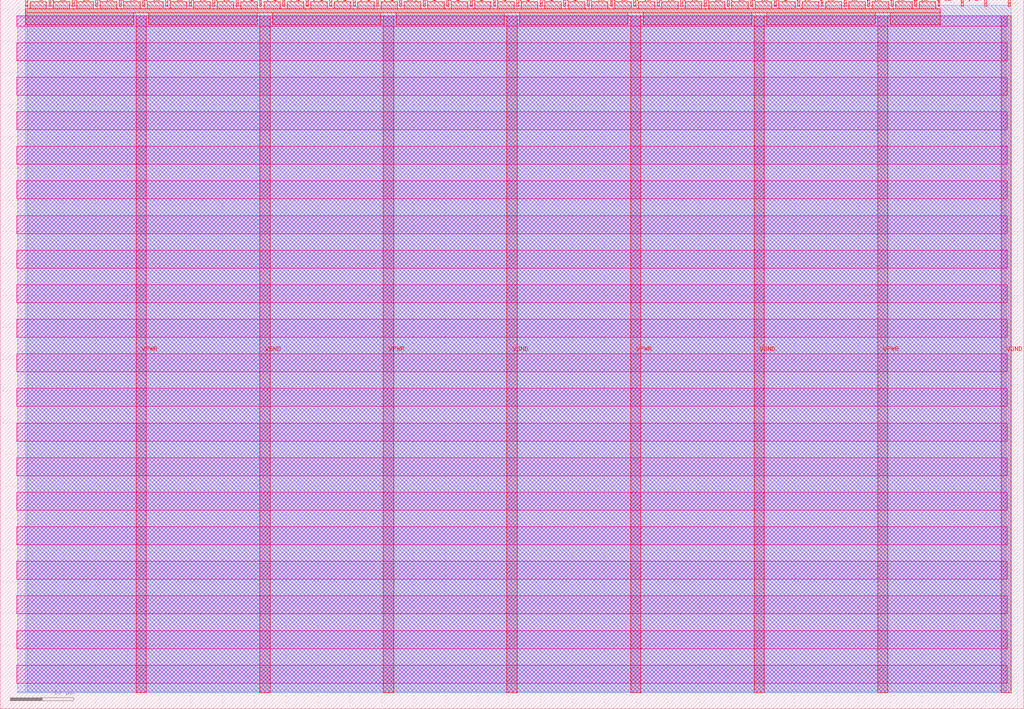
<source format=lef>
VERSION 5.7 ;
  NOWIREEXTENSIONATPIN ON ;
  DIVIDERCHAR "/" ;
  BUSBITCHARS "[]" ;
MACRO tt_um_signed_unsigned_4x4_bit_multiplier
  CLASS BLOCK ;
  FOREIGN tt_um_signed_unsigned_4x4_bit_multiplier ;
  ORIGIN 0.000 0.000 ;
  SIZE 161.000 BY 111.520 ;
  PIN VGND
    DIRECTION INOUT ;
    USE GROUND ;
    PORT
      LAYER met4 ;
        RECT 40.830 2.480 42.430 109.040 ;
    END
    PORT
      LAYER met4 ;
        RECT 79.700 2.480 81.300 109.040 ;
    END
    PORT
      LAYER met4 ;
        RECT 118.570 2.480 120.170 109.040 ;
    END
    PORT
      LAYER met4 ;
        RECT 157.440 2.480 159.040 109.040 ;
    END
  END VGND
  PIN VPWR
    DIRECTION INOUT ;
    USE POWER ;
    PORT
      LAYER met4 ;
        RECT 21.395 2.480 22.995 109.040 ;
    END
    PORT
      LAYER met4 ;
        RECT 60.265 2.480 61.865 109.040 ;
    END
    PORT
      LAYER met4 ;
        RECT 99.135 2.480 100.735 109.040 ;
    END
    PORT
      LAYER met4 ;
        RECT 138.005 2.480 139.605 109.040 ;
    END
  END VPWR
  PIN clk
    DIRECTION INPUT ;
    USE SIGNAL ;
    PORT
      LAYER met4 ;
        RECT 154.870 110.520 155.170 111.520 ;
    END
  END clk
  PIN ena
    DIRECTION INPUT ;
    USE SIGNAL ;
    PORT
      LAYER met4 ;
        RECT 158.550 110.520 158.850 111.520 ;
    END
  END ena
  PIN rst_n
    DIRECTION INPUT ;
    USE SIGNAL ;
    PORT
      LAYER met4 ;
        RECT 151.190 110.520 151.490 111.520 ;
    END
  END rst_n
  PIN ui_in[0]
    DIRECTION INPUT ;
    USE SIGNAL ;
    ANTENNAGATEAREA 0.213000 ;
    PORT
      LAYER met4 ;
        RECT 147.510 110.520 147.810 111.520 ;
    END
  END ui_in[0]
  PIN ui_in[1]
    DIRECTION INPUT ;
    USE SIGNAL ;
    ANTENNAGATEAREA 0.213000 ;
    PORT
      LAYER met4 ;
        RECT 143.830 110.520 144.130 111.520 ;
    END
  END ui_in[1]
  PIN ui_in[2]
    DIRECTION INPUT ;
    USE SIGNAL ;
    ANTENNAGATEAREA 0.213000 ;
    PORT
      LAYER met4 ;
        RECT 140.150 110.520 140.450 111.520 ;
    END
  END ui_in[2]
  PIN ui_in[3]
    DIRECTION INPUT ;
    USE SIGNAL ;
    ANTENNAGATEAREA 0.213000 ;
    PORT
      LAYER met4 ;
        RECT 136.470 110.520 136.770 111.520 ;
    END
  END ui_in[3]
  PIN ui_in[4]
    DIRECTION INPUT ;
    USE SIGNAL ;
    ANTENNAGATEAREA 0.196500 ;
    PORT
      LAYER met4 ;
        RECT 132.790 110.520 133.090 111.520 ;
    END
  END ui_in[4]
  PIN ui_in[5]
    DIRECTION INPUT ;
    USE SIGNAL ;
    ANTENNAGATEAREA 0.213000 ;
    PORT
      LAYER met4 ;
        RECT 129.110 110.520 129.410 111.520 ;
    END
  END ui_in[5]
  PIN ui_in[6]
    DIRECTION INPUT ;
    USE SIGNAL ;
    ANTENNAGATEAREA 0.126000 ;
    PORT
      LAYER met4 ;
        RECT 125.430 110.520 125.730 111.520 ;
    END
  END ui_in[6]
  PIN ui_in[7]
    DIRECTION INPUT ;
    USE SIGNAL ;
    ANTENNAGATEAREA 0.213000 ;
    PORT
      LAYER met4 ;
        RECT 121.750 110.520 122.050 111.520 ;
    END
  END ui_in[7]
  PIN uio_in[0]
    DIRECTION INPUT ;
    USE SIGNAL ;
    ANTENNAGATEAREA 0.196500 ;
    PORT
      LAYER met4 ;
        RECT 118.070 110.520 118.370 111.520 ;
    END
  END uio_in[0]
  PIN uio_in[1]
    DIRECTION INPUT ;
    USE SIGNAL ;
    PORT
      LAYER met4 ;
        RECT 114.390 110.520 114.690 111.520 ;
    END
  END uio_in[1]
  PIN uio_in[2]
    DIRECTION INPUT ;
    USE SIGNAL ;
    PORT
      LAYER met4 ;
        RECT 110.710 110.520 111.010 111.520 ;
    END
  END uio_in[2]
  PIN uio_in[3]
    DIRECTION INPUT ;
    USE SIGNAL ;
    PORT
      LAYER met4 ;
        RECT 107.030 110.520 107.330 111.520 ;
    END
  END uio_in[3]
  PIN uio_in[4]
    DIRECTION INPUT ;
    USE SIGNAL ;
    PORT
      LAYER met4 ;
        RECT 103.350 110.520 103.650 111.520 ;
    END
  END uio_in[4]
  PIN uio_in[5]
    DIRECTION INPUT ;
    USE SIGNAL ;
    PORT
      LAYER met4 ;
        RECT 99.670 110.520 99.970 111.520 ;
    END
  END uio_in[5]
  PIN uio_in[6]
    DIRECTION INPUT ;
    USE SIGNAL ;
    PORT
      LAYER met4 ;
        RECT 95.990 110.520 96.290 111.520 ;
    END
  END uio_in[6]
  PIN uio_in[7]
    DIRECTION INPUT ;
    USE SIGNAL ;
    PORT
      LAYER met4 ;
        RECT 92.310 110.520 92.610 111.520 ;
    END
  END uio_in[7]
  PIN uio_oe[0]
    DIRECTION OUTPUT TRISTATE ;
    USE SIGNAL ;
    PORT
      LAYER met4 ;
        RECT 29.750 110.520 30.050 111.520 ;
    END
  END uio_oe[0]
  PIN uio_oe[1]
    DIRECTION OUTPUT TRISTATE ;
    USE SIGNAL ;
    PORT
      LAYER met4 ;
        RECT 26.070 110.520 26.370 111.520 ;
    END
  END uio_oe[1]
  PIN uio_oe[2]
    DIRECTION OUTPUT TRISTATE ;
    USE SIGNAL ;
    PORT
      LAYER met4 ;
        RECT 22.390 110.520 22.690 111.520 ;
    END
  END uio_oe[2]
  PIN uio_oe[3]
    DIRECTION OUTPUT TRISTATE ;
    USE SIGNAL ;
    PORT
      LAYER met4 ;
        RECT 18.710 110.520 19.010 111.520 ;
    END
  END uio_oe[3]
  PIN uio_oe[4]
    DIRECTION OUTPUT TRISTATE ;
    USE SIGNAL ;
    PORT
      LAYER met4 ;
        RECT 15.030 110.520 15.330 111.520 ;
    END
  END uio_oe[4]
  PIN uio_oe[5]
    DIRECTION OUTPUT TRISTATE ;
    USE SIGNAL ;
    PORT
      LAYER met4 ;
        RECT 11.350 110.520 11.650 111.520 ;
    END
  END uio_oe[5]
  PIN uio_oe[6]
    DIRECTION OUTPUT TRISTATE ;
    USE SIGNAL ;
    PORT
      LAYER met4 ;
        RECT 7.670 110.520 7.970 111.520 ;
    END
  END uio_oe[6]
  PIN uio_oe[7]
    DIRECTION OUTPUT TRISTATE ;
    USE SIGNAL ;
    PORT
      LAYER met4 ;
        RECT 3.990 110.520 4.290 111.520 ;
    END
  END uio_oe[7]
  PIN uio_out[0]
    DIRECTION OUTPUT TRISTATE ;
    USE SIGNAL ;
    PORT
      LAYER met4 ;
        RECT 59.190 110.520 59.490 111.520 ;
    END
  END uio_out[0]
  PIN uio_out[1]
    DIRECTION OUTPUT TRISTATE ;
    USE SIGNAL ;
    PORT
      LAYER met4 ;
        RECT 55.510 110.520 55.810 111.520 ;
    END
  END uio_out[1]
  PIN uio_out[2]
    DIRECTION OUTPUT TRISTATE ;
    USE SIGNAL ;
    PORT
      LAYER met4 ;
        RECT 51.830 110.520 52.130 111.520 ;
    END
  END uio_out[2]
  PIN uio_out[3]
    DIRECTION OUTPUT TRISTATE ;
    USE SIGNAL ;
    PORT
      LAYER met4 ;
        RECT 48.150 110.520 48.450 111.520 ;
    END
  END uio_out[3]
  PIN uio_out[4]
    DIRECTION OUTPUT TRISTATE ;
    USE SIGNAL ;
    PORT
      LAYER met4 ;
        RECT 44.470 110.520 44.770 111.520 ;
    END
  END uio_out[4]
  PIN uio_out[5]
    DIRECTION OUTPUT TRISTATE ;
    USE SIGNAL ;
    PORT
      LAYER met4 ;
        RECT 40.790 110.520 41.090 111.520 ;
    END
  END uio_out[5]
  PIN uio_out[6]
    DIRECTION OUTPUT TRISTATE ;
    USE SIGNAL ;
    PORT
      LAYER met4 ;
        RECT 37.110 110.520 37.410 111.520 ;
    END
  END uio_out[6]
  PIN uio_out[7]
    DIRECTION OUTPUT TRISTATE ;
    USE SIGNAL ;
    PORT
      LAYER met4 ;
        RECT 33.430 110.520 33.730 111.520 ;
    END
  END uio_out[7]
  PIN uo_out[0]
    DIRECTION OUTPUT TRISTATE ;
    USE SIGNAL ;
    ANTENNADIFFAREA 0.445500 ;
    PORT
      LAYER met4 ;
        RECT 88.630 110.520 88.930 111.520 ;
    END
  END uo_out[0]
  PIN uo_out[1]
    DIRECTION OUTPUT TRISTATE ;
    USE SIGNAL ;
    ANTENNADIFFAREA 0.445500 ;
    PORT
      LAYER met4 ;
        RECT 84.950 110.520 85.250 111.520 ;
    END
  END uo_out[1]
  PIN uo_out[2]
    DIRECTION OUTPUT TRISTATE ;
    USE SIGNAL ;
    ANTENNADIFFAREA 0.445500 ;
    PORT
      LAYER met4 ;
        RECT 81.270 110.520 81.570 111.520 ;
    END
  END uo_out[2]
  PIN uo_out[3]
    DIRECTION OUTPUT TRISTATE ;
    USE SIGNAL ;
    ANTENNADIFFAREA 0.445500 ;
    PORT
      LAYER met4 ;
        RECT 77.590 110.520 77.890 111.520 ;
    END
  END uo_out[3]
  PIN uo_out[4]
    DIRECTION OUTPUT TRISTATE ;
    USE SIGNAL ;
    ANTENNADIFFAREA 0.445500 ;
    PORT
      LAYER met4 ;
        RECT 73.910 110.520 74.210 111.520 ;
    END
  END uo_out[4]
  PIN uo_out[5]
    DIRECTION OUTPUT TRISTATE ;
    USE SIGNAL ;
    ANTENNADIFFAREA 0.445500 ;
    PORT
      LAYER met4 ;
        RECT 70.230 110.520 70.530 111.520 ;
    END
  END uo_out[5]
  PIN uo_out[6]
    DIRECTION OUTPUT TRISTATE ;
    USE SIGNAL ;
    ANTENNADIFFAREA 0.445500 ;
    PORT
      LAYER met4 ;
        RECT 66.550 110.520 66.850 111.520 ;
    END
  END uo_out[6]
  PIN uo_out[7]
    DIRECTION OUTPUT TRISTATE ;
    USE SIGNAL ;
    ANTENNADIFFAREA 0.445500 ;
    PORT
      LAYER met4 ;
        RECT 62.870 110.520 63.170 111.520 ;
    END
  END uo_out[7]
  OBS
      LAYER nwell ;
        RECT 2.570 107.385 158.430 108.990 ;
        RECT 2.570 101.945 158.430 104.775 ;
        RECT 2.570 96.505 158.430 99.335 ;
        RECT 2.570 91.065 158.430 93.895 ;
        RECT 2.570 85.625 158.430 88.455 ;
        RECT 2.570 80.185 158.430 83.015 ;
        RECT 2.570 74.745 158.430 77.575 ;
        RECT 2.570 69.305 158.430 72.135 ;
        RECT 2.570 63.865 158.430 66.695 ;
        RECT 2.570 58.425 158.430 61.255 ;
        RECT 2.570 52.985 158.430 55.815 ;
        RECT 2.570 47.545 158.430 50.375 ;
        RECT 2.570 42.105 158.430 44.935 ;
        RECT 2.570 36.665 158.430 39.495 ;
        RECT 2.570 31.225 158.430 34.055 ;
        RECT 2.570 25.785 158.430 28.615 ;
        RECT 2.570 20.345 158.430 23.175 ;
        RECT 2.570 14.905 158.430 17.735 ;
        RECT 2.570 9.465 158.430 12.295 ;
        RECT 2.570 4.025 158.430 6.855 ;
      LAYER li1 ;
        RECT 2.760 2.635 158.240 108.885 ;
      LAYER met1 ;
        RECT 2.760 2.480 159.040 109.040 ;
      LAYER met2 ;
        RECT 4.230 2.535 159.010 110.685 ;
      LAYER met3 ;
        RECT 3.950 2.555 159.030 110.665 ;
      LAYER met4 ;
        RECT 4.690 110.120 7.270 111.170 ;
        RECT 8.370 110.120 10.950 111.170 ;
        RECT 12.050 110.120 14.630 111.170 ;
        RECT 15.730 110.120 18.310 111.170 ;
        RECT 19.410 110.120 21.990 111.170 ;
        RECT 23.090 110.120 25.670 111.170 ;
        RECT 26.770 110.120 29.350 111.170 ;
        RECT 30.450 110.120 33.030 111.170 ;
        RECT 34.130 110.120 36.710 111.170 ;
        RECT 37.810 110.120 40.390 111.170 ;
        RECT 41.490 110.120 44.070 111.170 ;
        RECT 45.170 110.120 47.750 111.170 ;
        RECT 48.850 110.120 51.430 111.170 ;
        RECT 52.530 110.120 55.110 111.170 ;
        RECT 56.210 110.120 58.790 111.170 ;
        RECT 59.890 110.120 62.470 111.170 ;
        RECT 63.570 110.120 66.150 111.170 ;
        RECT 67.250 110.120 69.830 111.170 ;
        RECT 70.930 110.120 73.510 111.170 ;
        RECT 74.610 110.120 77.190 111.170 ;
        RECT 78.290 110.120 80.870 111.170 ;
        RECT 81.970 110.120 84.550 111.170 ;
        RECT 85.650 110.120 88.230 111.170 ;
        RECT 89.330 110.120 91.910 111.170 ;
        RECT 93.010 110.120 95.590 111.170 ;
        RECT 96.690 110.120 99.270 111.170 ;
        RECT 100.370 110.120 102.950 111.170 ;
        RECT 104.050 110.120 106.630 111.170 ;
        RECT 107.730 110.120 110.310 111.170 ;
        RECT 111.410 110.120 113.990 111.170 ;
        RECT 115.090 110.120 117.670 111.170 ;
        RECT 118.770 110.120 121.350 111.170 ;
        RECT 122.450 110.120 125.030 111.170 ;
        RECT 126.130 110.120 128.710 111.170 ;
        RECT 129.810 110.120 132.390 111.170 ;
        RECT 133.490 110.120 136.070 111.170 ;
        RECT 137.170 110.120 139.750 111.170 ;
        RECT 140.850 110.120 143.430 111.170 ;
        RECT 144.530 110.120 147.110 111.170 ;
        RECT 3.975 109.440 147.825 110.120 ;
        RECT 3.975 107.615 20.995 109.440 ;
        RECT 23.395 107.615 40.430 109.440 ;
        RECT 42.830 107.615 59.865 109.440 ;
        RECT 62.265 107.615 79.300 109.440 ;
        RECT 81.700 107.615 98.735 109.440 ;
        RECT 101.135 107.615 118.170 109.440 ;
        RECT 120.570 107.615 137.605 109.440 ;
        RECT 140.005 107.615 147.825 109.440 ;
  END
END tt_um_signed_unsigned_4x4_bit_multiplier
END LIBRARY


</source>
